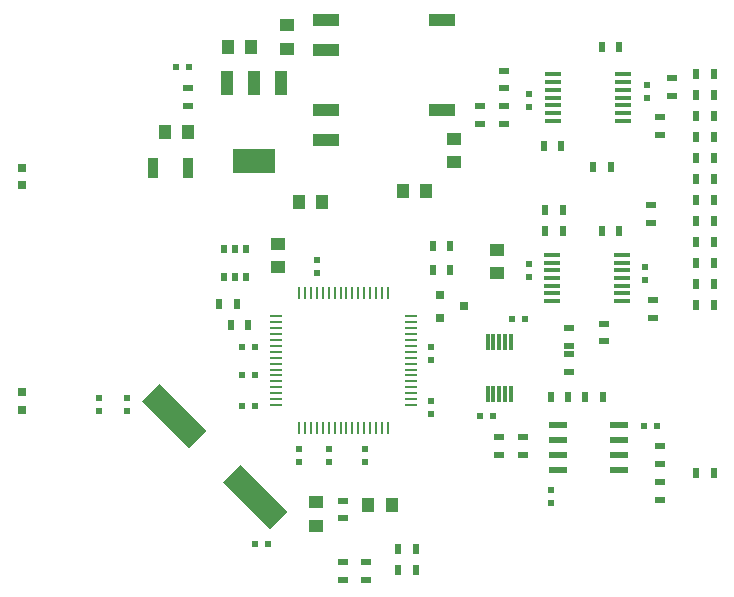
<source format=gbr>
G04 #@! TF.FileFunction,Paste,Top*
%FSLAX46Y46*%
G04 Gerber Fmt 4.6, Leading zero omitted, Abs format (unit mm)*
G04 Created by KiCad (PCBNEW 4.0.2-stable) date 2016-06-28 10:59.27*
%MOMM*%
G01*
G04 APERTURE LIST*
%ADD10C,0.100000*%
%ADD11R,1.550000X0.600000*%
%ADD12R,1.000000X1.250000*%
%ADD13R,0.250000X1.000000*%
%ADD14R,1.000000X0.250000*%
%ADD15R,3.657600X2.032000*%
%ADD16R,1.016000X2.032000*%
%ADD17R,0.900000X0.500000*%
%ADD18R,0.500000X0.600000*%
%ADD19R,0.600000X0.500000*%
%ADD20R,1.250000X1.000000*%
%ADD21R,0.797560X0.797560*%
%ADD22R,0.900000X1.700000*%
%ADD23R,0.500000X0.900000*%
%ADD24R,0.550000X0.800000*%
%ADD25R,0.800100X0.800100*%
%ADD26R,2.200000X1.000000*%
%ADD27R,0.300000X1.400000*%
%ADD28R,1.450000X0.450000*%
G04 APERTURE END LIST*
D10*
D11*
X146550000Y-143045000D03*
X146550000Y-144315000D03*
X146550000Y-145585000D03*
X146550000Y-146855000D03*
X151700000Y-146855000D03*
X151700000Y-145585000D03*
X151700000Y-144315000D03*
X151700000Y-143045000D03*
D12*
X130500000Y-149800000D03*
X132500000Y-149800000D03*
D13*
X124650000Y-143300000D03*
X125150000Y-143300000D03*
X125650000Y-143300000D03*
X126150000Y-143300000D03*
X126650000Y-143300000D03*
X127150000Y-143300000D03*
X127650000Y-143300000D03*
X128150000Y-143300000D03*
X128650000Y-143300000D03*
X129150000Y-143300000D03*
X129650000Y-143300000D03*
X130150000Y-143300000D03*
X130650000Y-143300000D03*
X131150000Y-143300000D03*
X131650000Y-143300000D03*
X132150000Y-143300000D03*
D14*
X134100000Y-141350000D03*
X134100000Y-140850000D03*
X134100000Y-140350000D03*
X134100000Y-139850000D03*
X134100000Y-139350000D03*
X134100000Y-138850000D03*
X134100000Y-138350000D03*
X134100000Y-137850000D03*
X134100000Y-137350000D03*
X134100000Y-136850000D03*
X134100000Y-136350000D03*
X134100000Y-135850000D03*
X134100000Y-135350000D03*
X134100000Y-134850000D03*
X134100000Y-134350000D03*
X134100000Y-133850000D03*
D13*
X132150000Y-131900000D03*
X131650000Y-131900000D03*
X131150000Y-131900000D03*
X130650000Y-131900000D03*
X130150000Y-131900000D03*
X129650000Y-131900000D03*
X129150000Y-131900000D03*
X128650000Y-131900000D03*
X128150000Y-131900000D03*
X127650000Y-131900000D03*
X127150000Y-131900000D03*
X126650000Y-131900000D03*
X126150000Y-131900000D03*
X125650000Y-131900000D03*
X125150000Y-131900000D03*
X124650000Y-131900000D03*
D14*
X122700000Y-133850000D03*
X122700000Y-134350000D03*
X122700000Y-134850000D03*
X122700000Y-135350000D03*
X122700000Y-135850000D03*
X122700000Y-136350000D03*
X122700000Y-136850000D03*
X122700000Y-137350000D03*
X122700000Y-137850000D03*
X122700000Y-138350000D03*
X122700000Y-138850000D03*
X122700000Y-139350000D03*
X122700000Y-139850000D03*
X122700000Y-140350000D03*
X122700000Y-140850000D03*
X122700000Y-141350000D03*
D15*
X120800000Y-120702000D03*
D16*
X120800000Y-114098000D03*
X118514000Y-114098000D03*
X123086000Y-114098000D03*
D17*
X142000000Y-114550000D03*
X142000000Y-113050000D03*
D12*
X115250000Y-118250000D03*
X113250000Y-118250000D03*
D18*
X107700000Y-140750000D03*
X107700000Y-141850000D03*
D19*
X115300000Y-112750000D03*
X114200000Y-112750000D03*
D12*
X118600000Y-111000000D03*
X120600000Y-111000000D03*
X124600000Y-124200000D03*
X126600000Y-124200000D03*
D20*
X123600000Y-111200000D03*
X123600000Y-109200000D03*
X137800000Y-118800000D03*
X137800000Y-120800000D03*
D12*
X135400000Y-123200000D03*
X133400000Y-123200000D03*
D19*
X142650000Y-134100000D03*
X143750000Y-134100000D03*
D20*
X141400000Y-130200000D03*
X141400000Y-128200000D03*
D19*
X139950000Y-142300000D03*
X141050000Y-142300000D03*
D18*
X144100000Y-116150000D03*
X144100000Y-115050000D03*
X146000000Y-149650000D03*
X146000000Y-148550000D03*
D19*
X154950000Y-143100000D03*
X153850000Y-143100000D03*
D18*
X153900000Y-129650000D03*
X153900000Y-130750000D03*
X144100000Y-129450000D03*
X144100000Y-130550000D03*
X154100000Y-114250000D03*
X154100000Y-115350000D03*
D19*
X120950000Y-136400000D03*
X119850000Y-136400000D03*
D18*
X135800000Y-137550000D03*
X135800000Y-136450000D03*
X126200000Y-130150000D03*
X126200000Y-129050000D03*
X130200000Y-145050000D03*
X130200000Y-146150000D03*
D20*
X122900000Y-129700000D03*
X122900000Y-127700000D03*
D19*
X120950000Y-138800000D03*
X119850000Y-138800000D03*
D18*
X127200000Y-145050000D03*
X127200000Y-146150000D03*
X135800000Y-141050000D03*
X135800000Y-142150000D03*
D19*
X120950000Y-141400000D03*
X119850000Y-141400000D03*
X122050000Y-153100000D03*
X120950000Y-153100000D03*
D20*
X126100000Y-149600000D03*
X126100000Y-151600000D03*
D18*
X110100000Y-141850000D03*
X110100000Y-140750000D03*
X124600000Y-145050000D03*
X124600000Y-146150000D03*
D21*
X101200000Y-122749300D03*
X101200000Y-121250700D03*
X101200000Y-140250700D03*
X101200000Y-141749300D03*
D22*
X112300000Y-121250000D03*
X115200000Y-121250000D03*
D17*
X115250000Y-116000000D03*
X115250000Y-114500000D03*
X128400000Y-149450000D03*
X128400000Y-150950000D03*
D23*
X118850000Y-134600000D03*
X120350000Y-134600000D03*
X119350000Y-132800000D03*
X117850000Y-132800000D03*
X159754000Y-113284000D03*
X158254000Y-113284000D03*
X159754000Y-115062000D03*
X158254000Y-115062000D03*
X159754000Y-116840000D03*
X158254000Y-116840000D03*
X159754000Y-118618000D03*
X158254000Y-118618000D03*
X159754000Y-120396000D03*
X158254000Y-120396000D03*
X159754000Y-122174000D03*
X158254000Y-122174000D03*
X159754000Y-123952000D03*
X158254000Y-123952000D03*
X159754000Y-125730000D03*
X158254000Y-125730000D03*
X159754000Y-127508000D03*
X158254000Y-127508000D03*
X159754000Y-129286000D03*
X158254000Y-129286000D03*
X159754000Y-131064000D03*
X158254000Y-131064000D03*
X159754000Y-132842000D03*
X158254000Y-132842000D03*
X159754000Y-147066000D03*
X158254000Y-147066000D03*
X137450000Y-127900000D03*
X135950000Y-127900000D03*
X137450000Y-129900000D03*
X135950000Y-129900000D03*
D17*
X141600000Y-144050000D03*
X141600000Y-145550000D03*
X143600000Y-145550000D03*
X143600000Y-144050000D03*
X154400000Y-125950000D03*
X154400000Y-124450000D03*
X147500000Y-137050000D03*
X147500000Y-138550000D03*
D23*
X150250000Y-126600000D03*
X151750000Y-126600000D03*
D17*
X147500000Y-134850000D03*
X147500000Y-136350000D03*
D23*
X145950000Y-140700000D03*
X147450000Y-140700000D03*
X148850000Y-140700000D03*
X150350000Y-140700000D03*
D17*
X150500000Y-134450000D03*
X150500000Y-135950000D03*
D23*
X146950000Y-124800000D03*
X145450000Y-124800000D03*
D17*
X154600000Y-133950000D03*
X154600000Y-132450000D03*
D23*
X145450000Y-126600000D03*
X146950000Y-126600000D03*
D17*
X155200000Y-149350000D03*
X155200000Y-147850000D03*
X155200000Y-144850000D03*
X155200000Y-146350000D03*
D23*
X151050000Y-121200000D03*
X149550000Y-121200000D03*
D17*
X140000000Y-116050000D03*
X140000000Y-117550000D03*
X155200000Y-118450000D03*
X155200000Y-116950000D03*
X156200000Y-113650000D03*
X156200000Y-115150000D03*
X142000000Y-117550000D03*
X142000000Y-116050000D03*
D23*
X151750000Y-111000000D03*
X150250000Y-111000000D03*
X146850000Y-119400000D03*
X145350000Y-119400000D03*
X134550000Y-153500000D03*
X133050000Y-153500000D03*
D17*
X130300000Y-154650000D03*
X130300000Y-156150000D03*
D24*
X118250000Y-128100000D03*
X119200000Y-128100000D03*
X120150000Y-128100000D03*
X120150000Y-130500000D03*
X119200000Y-130500000D03*
X118250000Y-130500000D03*
D25*
X136599240Y-132050000D03*
X136599240Y-133950000D03*
X138598220Y-133000000D03*
D26*
X126940000Y-118900000D03*
X126940000Y-116360000D03*
X126940000Y-111280000D03*
X126940000Y-108740000D03*
X136760000Y-116360000D03*
X136760000Y-108740000D03*
D27*
X142600000Y-136000000D03*
X142100000Y-136000000D03*
X141600000Y-136000000D03*
X141100000Y-136000000D03*
X140600000Y-136000000D03*
X140600000Y-140400000D03*
X141100000Y-140400000D03*
X141600000Y-140400000D03*
X142100000Y-140400000D03*
X142600000Y-140400000D03*
D28*
X146050000Y-128650000D03*
X146050000Y-129300000D03*
X146050000Y-129950000D03*
X146050000Y-130600000D03*
X146050000Y-131250000D03*
X146050000Y-131900000D03*
X146050000Y-132550000D03*
X151950000Y-132550000D03*
X151950000Y-131900000D03*
X151950000Y-131250000D03*
X151950000Y-130600000D03*
X151950000Y-129950000D03*
X151950000Y-129300000D03*
X151950000Y-128650000D03*
X146148000Y-113366000D03*
X146148000Y-114016000D03*
X146148000Y-114666000D03*
X146148000Y-115316000D03*
X146148000Y-115966000D03*
X146148000Y-116616000D03*
X146148000Y-117266000D03*
X152048000Y-117266000D03*
X152048000Y-116616000D03*
X152048000Y-115966000D03*
X152048000Y-115316000D03*
X152048000Y-114666000D03*
X152048000Y-114016000D03*
X152048000Y-113366000D03*
D10*
G36*
X123651476Y-150366141D02*
X122166141Y-151851476D01*
X118205848Y-147891183D01*
X119691183Y-146405848D01*
X123651476Y-150366141D01*
X123651476Y-150366141D01*
G37*
G36*
X116794152Y-143508817D02*
X115308817Y-144994152D01*
X111348524Y-141033859D01*
X112833859Y-139548524D01*
X116794152Y-143508817D01*
X116794152Y-143508817D01*
G37*
D23*
X134550000Y-155300000D03*
X133050000Y-155300000D03*
D17*
X128400000Y-154650000D03*
X128400000Y-156150000D03*
M02*

</source>
